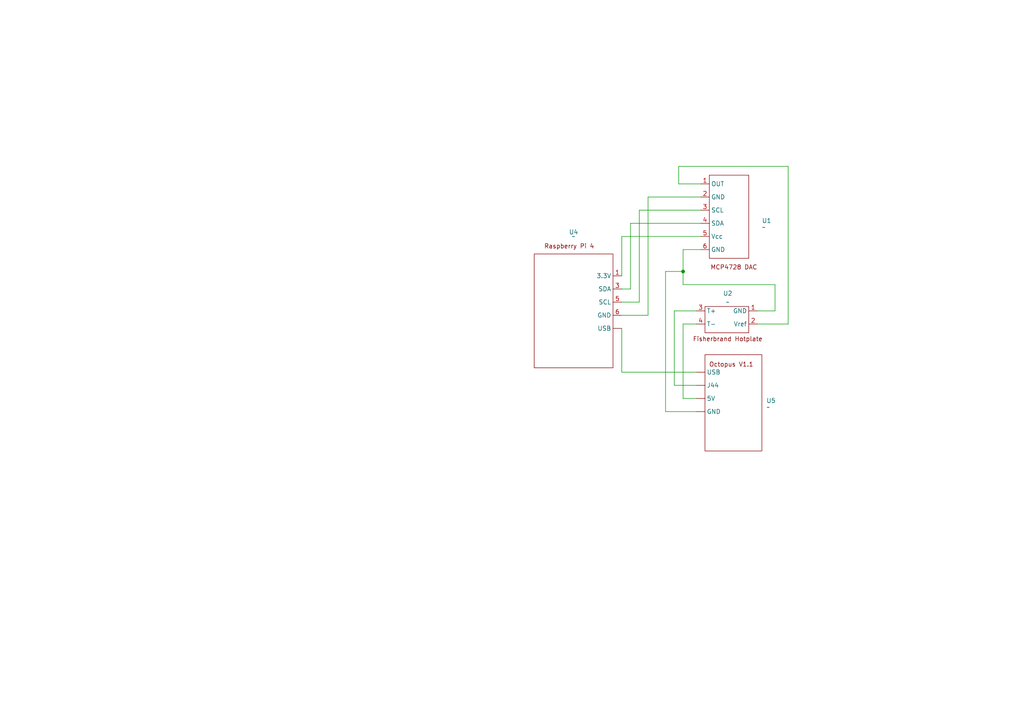
<source format=kicad_sch>
(kicad_sch (version 20231120) (generator "eeschema") (generator_version "8.0")
  (paper "A4")
  (lib_symbols
    (symbol "Hotplatelib:DAC"
      (property "Reference" "U" (at 0 0 0))
      (symbol "DAC_0_1"
        (rectangle (start -5.08 -1.27) (end 6.35 -25.4))
      )
      (symbol "DAC_1_1"
        (text "MCP4728 DAC" (at 2.032 -27.94 0) (effects (font (size 1.27 1.27))))
        (pin output line (at -7.62 -3.81 0) (length 2.54) (name "OUT") (number "1"))
        (pin input line (at -7.62 -7.62 0) (length 2.54) (name "GND") (number "2"))
        (pin input line (at -7.62 -11.43 0) (length 2.54) (name "SCL") (number "3"))
        (pin input line (at -7.62 -15.24 0) (length 2.54) (name "SDA") (number "4"))
        (pin input line (at -7.62 -19.05 0) (length 2.54) (name "Vcc") (number "5"))
        (pin output line (at -7.62 -22.86 0) (length 2.54) (name "GND") (number "6"))
      )
    )
    (symbol "Hotplatelib:Hotplate"
      (property "Reference" "U" (at 0 0 0))
      (symbol "Hotplate_0_1"
        (rectangle (start -6.35 -2.54) (end 6.35 -10.16))
      )
      (symbol "Hotplate_1_1"
        (text "Fisherbrand Hotplate\n\n" (at 0.254 -12.954 0) (effects (font (size 1.27 1.27))))
        (pin input line (at 8.89 -3.81 180) (length 2.54) (name "GND") (number "1"))
        (pin input line (at 8.89 -7.62 180) (length 2.54) (name "Vref") (number "2"))
        (pin output line (at -8.89 -3.81 0) (length 2.54) (name "T+") (number "3"))
        (pin output line (at -8.89 -7.62 0) (length 2.54) (name "T-") (number "4"))
      )
    )
    (symbol "Hotplatelib:Raspberry_Pi_4"
      (property "Reference" "U" (at 0 0 0))
      (symbol "Raspberry_Pi_4_0_1"
        (rectangle (start 12.7 -5.08) (end -10.16 -38.1))
      )
      (symbol "Raspberry_Pi_4_1_1"
        (text "Raspberry Pi 4" (at 0 -2.794 0) (effects (font (size 1.27 1.27))))
        (pin bidirectional line (at 15.24 -26.67 180) (length 2.54) (name "USB") (number ""))
        (pin output line (at 15.24 -11.43 180) (length 2.54) (name "3.3V") (number "1"))
        (pin output line (at 15.24 -15.24 180) (length 2.54) (name "SDA") (number "3"))
        (pin output line (at 15.24 -19.05 180) (length 2.54) (name "SCL") (number "5"))
        (pin bidirectional line (at 15.24 -22.86 180) (length 2.54) (name "GND") (number "6"))
      )
    )
    (symbol "OCTOPUS_BOARD_1"
      (property "Reference" "U" (at 0 0 0))
      (symbol "OCTOPUS_BOARD_1_0_1"
        (rectangle (start -7.62 -2.54) (end 8.89 -30.48))
      )
      (symbol "OCTOPUS_BOARD_1_1_1"
        (text "Octopus V1.1" (at 0 -5.334 0) (effects (font (size 1.27 1.27))))
        (pin power_out line (at -10.16 -15.24 0) (length 2.54) (name "5V") (number ""))
        (pin bidirectional line (at -10.16 -19.05 0) (length 2.54) (name "GND") (number ""))
        (pin input line (at -10.16 -11.43 0) (length 2.54) (name "J44") (number ""))
        (pin output line (at -10.16 -7.62 0) (length 2.54) (name "USB") (number ""))
      )
    )
  )
  (junction (at 198.12 78.74))
  (wire (pts (xy 198.12 93.98) (xy 198.12 115.57)))
  (wire (pts (xy 187.96 91.44) (xy 180.34 91.44)))
  (wire (pts (xy 180.34 107.95) (xy 180.34 95.25)))
  (wire (pts (xy 203.2 72.39) (xy 198.12 72.39)))
  (wire (pts (xy 228.6 48.26) (xy 228.6 93.98)))
  (wire (pts (xy 196.85 48.26) (xy 228.6 48.26)))
  (wire (pts (xy 201.93 93.98) (xy 198.12 93.98)))
  (wire (pts (xy 180.34 68.58) (xy 180.34 80.01)))
  (wire (pts (xy 198.12 115.57) (xy 201.93 115.57)))
  (wire (pts (xy 187.96 57.15) (xy 187.96 91.44)))
  (wire (pts (xy 198.12 78.74) (xy 198.12 82.55)))
  (wire (pts (xy 182.88 64.77) (xy 182.88 83.82)))
  (wire (pts (xy 203.2 60.96) (xy 185.42 60.96)))
  (wire (pts (xy 193.04 78.74) (xy 198.12 78.74)))
  (wire (pts (xy 198.12 82.55) (xy 224.79 82.55)))
  (wire (pts (xy 201.93 119.38) (xy 193.04 119.38)))
  (wire (pts (xy 182.88 83.82) (xy 180.34 83.82)))
  (wire (pts (xy 224.79 90.17) (xy 219.71 90.17)))
  (wire (pts (xy 185.42 60.96) (xy 185.42 87.63)))
  (wire (pts (xy 203.2 53.34) (xy 196.85 53.34)))
  (wire (pts (xy 203.2 57.15) (xy 187.96 57.15)))
  (wire (pts (xy 196.85 53.34) (xy 196.85 48.26)))
  (wire (pts (xy 195.58 111.76) (xy 201.93 111.76)))
  (wire (pts (xy 195.58 90.17) (xy 195.58 111.76)))
  (wire (pts (xy 201.93 90.17) (xy 195.58 90.17)))
  (wire (pts (xy 219.71 93.98) (xy 228.6 93.98)))
  (wire (pts (xy 185.42 87.63) (xy 180.34 87.63)))
  (wire (pts (xy 203.2 64.77) (xy 182.88 64.77)))
  (wire (pts (xy 201.93 107.95) (xy 180.34 107.95)))
  (wire (pts (xy 224.79 90.17) (xy 224.79 82.55)))
  (wire (pts (xy 203.2 68.58) (xy 180.34 68.58)))
  (wire (pts (xy 198.12 72.39) (xy 198.12 78.74)))
  (wire (pts (xy 193.04 119.38) (xy 193.04 78.74)))
  (symbol (lib_id "Hotplatelib:Raspberry_Pi_4") (at 165.1 68.58 0) (unit 1)
    (property "Reference" "U4" (at 166.37 67.31 0))
    (property "Value" "~" (at 166.37 68.58 0))
  )
  (symbol (lib_name "OCTOPUS_BOARD_1") (lib_id "Hotplatelib:OCTOPUS_BOARD") (at 212.09 100.33 0) (unit 1)
    (property "Reference" "U5" (at 222.25 116.2049 0) (effects (justify left)))
    (property "Value" "~" (at 222.25 118.11 0) (effects (justify left)))
  )
  (symbol (lib_id "Hotplatelib:Hotplate") (at 210.82 86.36 0) (unit 1)
    (property "Reference" "U2" (at 211.074 85.09 0))
    (property "Value" "~" (at 211.074 87.63 0))
  )
  (symbol (lib_id "Hotplatelib:DAC") (at 210.82 49.53 0) (unit 1)
    (property "Reference" "U1" (at 220.98 64.0107 0) (effects (justify left)))
    (property "Value" "~" (at 220.98 65.9158 0) (effects (justify left)))
  )
)
</source>
